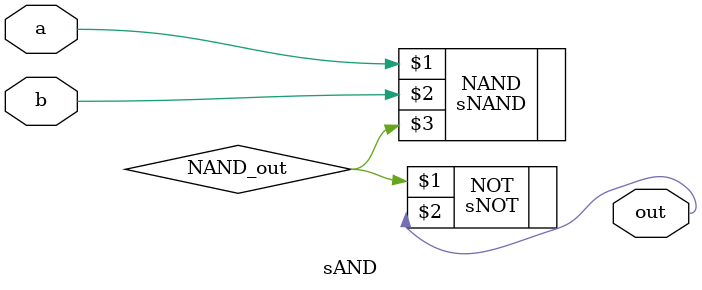
<source format=v>

`include "NOT_module.v"

module sAND (a, b, out);
input a, b;
output out;

wire NAND_out;

sNAND NAND (a, b, NAND_out);
sNOT NOT (NAND_out, out);

endmodule

</source>
